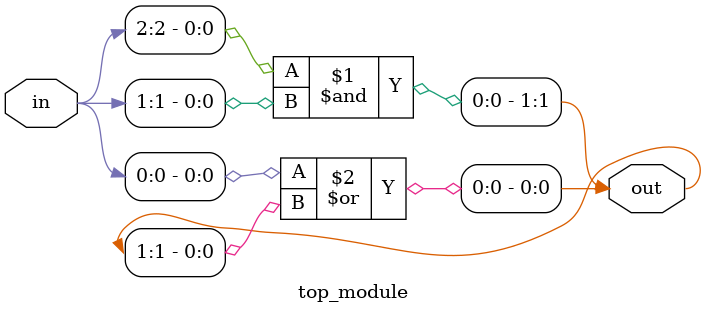
<source format=sv>
module top_module (
  input [2:0] in,
  output [1:0] out
  ); 

  assign out[1] = in[2] & in[1];
  assign out[0] = in[0] | out[1];
  
endmodule

</source>
